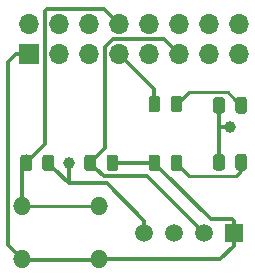
<source format=gtl>
G04 #@! TF.GenerationSoftware,KiCad,Pcbnew,(5.1.5)-3*
G04 #@! TF.CreationDate,2020-07-05T19:40:21-04:00*
G04 #@! TF.ProjectId,RPi HAT,52506920-4841-4542-9e6b-696361645f70,rev?*
G04 #@! TF.SameCoordinates,Original*
G04 #@! TF.FileFunction,Copper,L1,Top*
G04 #@! TF.FilePolarity,Positive*
%FSLAX46Y46*%
G04 Gerber Fmt 4.6, Leading zero omitted, Abs format (unit mm)*
G04 Created by KiCad (PCBNEW (5.1.5)-3) date 2020-07-05 19:40:21*
%MOMM*%
%LPD*%
G04 APERTURE LIST*
%ADD10C,1.500000*%
%ADD11R,1.500000X1.500000*%
%ADD12R,1.700000X1.700000*%
%ADD13O,1.700000X1.700000*%
%ADD14C,0.100000*%
%ADD15O,1.524000X1.524000*%
%ADD16C,1.000000*%
%ADD17C,0.300000*%
%ADD18C,0.250000*%
G04 APERTURE END LIST*
D10*
X127533400Y-105079800D03*
X130073400Y-105079800D03*
X132613400Y-105079800D03*
D11*
X135153400Y-105079800D03*
D12*
X117806800Y-89890600D03*
D13*
X117806800Y-87350600D03*
X120346800Y-89890600D03*
X120346800Y-87350600D03*
X122886800Y-89890600D03*
X122886800Y-87350600D03*
X125426800Y-89890600D03*
X125426800Y-87350600D03*
X127966800Y-89890600D03*
X127966800Y-87350600D03*
X130506800Y-89890600D03*
X130506800Y-87350600D03*
X133046800Y-89890600D03*
X133046800Y-87350600D03*
X135586800Y-89890600D03*
X135586800Y-87350600D03*
G04 #@! TA.AperFunction,SMDPad,CuDef*
D14*
G36*
X134153342Y-93535174D02*
G01*
X134177003Y-93538684D01*
X134200207Y-93544496D01*
X134222729Y-93552554D01*
X134244353Y-93562782D01*
X134264870Y-93575079D01*
X134284083Y-93589329D01*
X134301807Y-93605393D01*
X134317871Y-93623117D01*
X134332121Y-93642330D01*
X134344418Y-93662847D01*
X134354646Y-93684471D01*
X134362704Y-93706993D01*
X134368516Y-93730197D01*
X134372026Y-93753858D01*
X134373200Y-93777750D01*
X134373200Y-94690250D01*
X134372026Y-94714142D01*
X134368516Y-94737803D01*
X134362704Y-94761007D01*
X134354646Y-94783529D01*
X134344418Y-94805153D01*
X134332121Y-94825670D01*
X134317871Y-94844883D01*
X134301807Y-94862607D01*
X134284083Y-94878671D01*
X134264870Y-94892921D01*
X134244353Y-94905218D01*
X134222729Y-94915446D01*
X134200207Y-94923504D01*
X134177003Y-94929316D01*
X134153342Y-94932826D01*
X134129450Y-94934000D01*
X133641950Y-94934000D01*
X133618058Y-94932826D01*
X133594397Y-94929316D01*
X133571193Y-94923504D01*
X133548671Y-94915446D01*
X133527047Y-94905218D01*
X133506530Y-94892921D01*
X133487317Y-94878671D01*
X133469593Y-94862607D01*
X133453529Y-94844883D01*
X133439279Y-94825670D01*
X133426982Y-94805153D01*
X133416754Y-94783529D01*
X133408696Y-94761007D01*
X133402884Y-94737803D01*
X133399374Y-94714142D01*
X133398200Y-94690250D01*
X133398200Y-93777750D01*
X133399374Y-93753858D01*
X133402884Y-93730197D01*
X133408696Y-93706993D01*
X133416754Y-93684471D01*
X133426982Y-93662847D01*
X133439279Y-93642330D01*
X133453529Y-93623117D01*
X133469593Y-93605393D01*
X133487317Y-93589329D01*
X133506530Y-93575079D01*
X133527047Y-93562782D01*
X133548671Y-93552554D01*
X133571193Y-93544496D01*
X133594397Y-93538684D01*
X133618058Y-93535174D01*
X133641950Y-93534000D01*
X134129450Y-93534000D01*
X134153342Y-93535174D01*
G37*
G04 #@! TD.AperFunction*
G04 #@! TA.AperFunction,SMDPad,CuDef*
G36*
X136028342Y-93535174D02*
G01*
X136052003Y-93538684D01*
X136075207Y-93544496D01*
X136097729Y-93552554D01*
X136119353Y-93562782D01*
X136139870Y-93575079D01*
X136159083Y-93589329D01*
X136176807Y-93605393D01*
X136192871Y-93623117D01*
X136207121Y-93642330D01*
X136219418Y-93662847D01*
X136229646Y-93684471D01*
X136237704Y-93706993D01*
X136243516Y-93730197D01*
X136247026Y-93753858D01*
X136248200Y-93777750D01*
X136248200Y-94690250D01*
X136247026Y-94714142D01*
X136243516Y-94737803D01*
X136237704Y-94761007D01*
X136229646Y-94783529D01*
X136219418Y-94805153D01*
X136207121Y-94825670D01*
X136192871Y-94844883D01*
X136176807Y-94862607D01*
X136159083Y-94878671D01*
X136139870Y-94892921D01*
X136119353Y-94905218D01*
X136097729Y-94915446D01*
X136075207Y-94923504D01*
X136052003Y-94929316D01*
X136028342Y-94932826D01*
X136004450Y-94934000D01*
X135516950Y-94934000D01*
X135493058Y-94932826D01*
X135469397Y-94929316D01*
X135446193Y-94923504D01*
X135423671Y-94915446D01*
X135402047Y-94905218D01*
X135381530Y-94892921D01*
X135362317Y-94878671D01*
X135344593Y-94862607D01*
X135328529Y-94844883D01*
X135314279Y-94825670D01*
X135301982Y-94805153D01*
X135291754Y-94783529D01*
X135283696Y-94761007D01*
X135277884Y-94737803D01*
X135274374Y-94714142D01*
X135273200Y-94690250D01*
X135273200Y-93777750D01*
X135274374Y-93753858D01*
X135277884Y-93730197D01*
X135283696Y-93706993D01*
X135291754Y-93684471D01*
X135301982Y-93662847D01*
X135314279Y-93642330D01*
X135328529Y-93623117D01*
X135344593Y-93605393D01*
X135362317Y-93589329D01*
X135381530Y-93575079D01*
X135402047Y-93562782D01*
X135423671Y-93552554D01*
X135446193Y-93544496D01*
X135469397Y-93538684D01*
X135493058Y-93535174D01*
X135516950Y-93534000D01*
X136004450Y-93534000D01*
X136028342Y-93535174D01*
G37*
G04 #@! TD.AperFunction*
G04 #@! TA.AperFunction,SMDPad,CuDef*
G36*
X134153342Y-98361174D02*
G01*
X134177003Y-98364684D01*
X134200207Y-98370496D01*
X134222729Y-98378554D01*
X134244353Y-98388782D01*
X134264870Y-98401079D01*
X134284083Y-98415329D01*
X134301807Y-98431393D01*
X134317871Y-98449117D01*
X134332121Y-98468330D01*
X134344418Y-98488847D01*
X134354646Y-98510471D01*
X134362704Y-98532993D01*
X134368516Y-98556197D01*
X134372026Y-98579858D01*
X134373200Y-98603750D01*
X134373200Y-99516250D01*
X134372026Y-99540142D01*
X134368516Y-99563803D01*
X134362704Y-99587007D01*
X134354646Y-99609529D01*
X134344418Y-99631153D01*
X134332121Y-99651670D01*
X134317871Y-99670883D01*
X134301807Y-99688607D01*
X134284083Y-99704671D01*
X134264870Y-99718921D01*
X134244353Y-99731218D01*
X134222729Y-99741446D01*
X134200207Y-99749504D01*
X134177003Y-99755316D01*
X134153342Y-99758826D01*
X134129450Y-99760000D01*
X133641950Y-99760000D01*
X133618058Y-99758826D01*
X133594397Y-99755316D01*
X133571193Y-99749504D01*
X133548671Y-99741446D01*
X133527047Y-99731218D01*
X133506530Y-99718921D01*
X133487317Y-99704671D01*
X133469593Y-99688607D01*
X133453529Y-99670883D01*
X133439279Y-99651670D01*
X133426982Y-99631153D01*
X133416754Y-99609529D01*
X133408696Y-99587007D01*
X133402884Y-99563803D01*
X133399374Y-99540142D01*
X133398200Y-99516250D01*
X133398200Y-98603750D01*
X133399374Y-98579858D01*
X133402884Y-98556197D01*
X133408696Y-98532993D01*
X133416754Y-98510471D01*
X133426982Y-98488847D01*
X133439279Y-98468330D01*
X133453529Y-98449117D01*
X133469593Y-98431393D01*
X133487317Y-98415329D01*
X133506530Y-98401079D01*
X133527047Y-98388782D01*
X133548671Y-98378554D01*
X133571193Y-98370496D01*
X133594397Y-98364684D01*
X133618058Y-98361174D01*
X133641950Y-98360000D01*
X134129450Y-98360000D01*
X134153342Y-98361174D01*
G37*
G04 #@! TD.AperFunction*
G04 #@! TA.AperFunction,SMDPad,CuDef*
G36*
X136028342Y-98361174D02*
G01*
X136052003Y-98364684D01*
X136075207Y-98370496D01*
X136097729Y-98378554D01*
X136119353Y-98388782D01*
X136139870Y-98401079D01*
X136159083Y-98415329D01*
X136176807Y-98431393D01*
X136192871Y-98449117D01*
X136207121Y-98468330D01*
X136219418Y-98488847D01*
X136229646Y-98510471D01*
X136237704Y-98532993D01*
X136243516Y-98556197D01*
X136247026Y-98579858D01*
X136248200Y-98603750D01*
X136248200Y-99516250D01*
X136247026Y-99540142D01*
X136243516Y-99563803D01*
X136237704Y-99587007D01*
X136229646Y-99609529D01*
X136219418Y-99631153D01*
X136207121Y-99651670D01*
X136192871Y-99670883D01*
X136176807Y-99688607D01*
X136159083Y-99704671D01*
X136139870Y-99718921D01*
X136119353Y-99731218D01*
X136097729Y-99741446D01*
X136075207Y-99749504D01*
X136052003Y-99755316D01*
X136028342Y-99758826D01*
X136004450Y-99760000D01*
X135516950Y-99760000D01*
X135493058Y-99758826D01*
X135469397Y-99755316D01*
X135446193Y-99749504D01*
X135423671Y-99741446D01*
X135402047Y-99731218D01*
X135381530Y-99718921D01*
X135362317Y-99704671D01*
X135344593Y-99688607D01*
X135328529Y-99670883D01*
X135314279Y-99651670D01*
X135301982Y-99631153D01*
X135291754Y-99609529D01*
X135283696Y-99587007D01*
X135277884Y-99563803D01*
X135274374Y-99540142D01*
X135273200Y-99516250D01*
X135273200Y-98603750D01*
X135274374Y-98579858D01*
X135277884Y-98556197D01*
X135283696Y-98532993D01*
X135291754Y-98510471D01*
X135301982Y-98488847D01*
X135314279Y-98468330D01*
X135328529Y-98449117D01*
X135344593Y-98431393D01*
X135362317Y-98415329D01*
X135381530Y-98401079D01*
X135402047Y-98388782D01*
X135423671Y-98378554D01*
X135446193Y-98370496D01*
X135469397Y-98364684D01*
X135493058Y-98361174D01*
X135516950Y-98360000D01*
X136004450Y-98360000D01*
X136028342Y-98361174D01*
G37*
G04 #@! TD.AperFunction*
G04 #@! TA.AperFunction,SMDPad,CuDef*
G36*
X117821142Y-98406174D02*
G01*
X117844803Y-98409684D01*
X117868007Y-98415496D01*
X117890529Y-98423554D01*
X117912153Y-98433782D01*
X117932670Y-98446079D01*
X117951883Y-98460329D01*
X117969607Y-98476393D01*
X117985671Y-98494117D01*
X117999921Y-98513330D01*
X118012218Y-98533847D01*
X118022446Y-98555471D01*
X118030504Y-98577993D01*
X118036316Y-98601197D01*
X118039826Y-98624858D01*
X118041000Y-98648750D01*
X118041000Y-99561250D01*
X118039826Y-99585142D01*
X118036316Y-99608803D01*
X118030504Y-99632007D01*
X118022446Y-99654529D01*
X118012218Y-99676153D01*
X117999921Y-99696670D01*
X117985671Y-99715883D01*
X117969607Y-99733607D01*
X117951883Y-99749671D01*
X117932670Y-99763921D01*
X117912153Y-99776218D01*
X117890529Y-99786446D01*
X117868007Y-99794504D01*
X117844803Y-99800316D01*
X117821142Y-99803826D01*
X117797250Y-99805000D01*
X117309750Y-99805000D01*
X117285858Y-99803826D01*
X117262197Y-99800316D01*
X117238993Y-99794504D01*
X117216471Y-99786446D01*
X117194847Y-99776218D01*
X117174330Y-99763921D01*
X117155117Y-99749671D01*
X117137393Y-99733607D01*
X117121329Y-99715883D01*
X117107079Y-99696670D01*
X117094782Y-99676153D01*
X117084554Y-99654529D01*
X117076496Y-99632007D01*
X117070684Y-99608803D01*
X117067174Y-99585142D01*
X117066000Y-99561250D01*
X117066000Y-98648750D01*
X117067174Y-98624858D01*
X117070684Y-98601197D01*
X117076496Y-98577993D01*
X117084554Y-98555471D01*
X117094782Y-98533847D01*
X117107079Y-98513330D01*
X117121329Y-98494117D01*
X117137393Y-98476393D01*
X117155117Y-98460329D01*
X117174330Y-98446079D01*
X117194847Y-98433782D01*
X117216471Y-98423554D01*
X117238993Y-98415496D01*
X117262197Y-98409684D01*
X117285858Y-98406174D01*
X117309750Y-98405000D01*
X117797250Y-98405000D01*
X117821142Y-98406174D01*
G37*
G04 #@! TD.AperFunction*
G04 #@! TA.AperFunction,SMDPad,CuDef*
G36*
X119696142Y-98406174D02*
G01*
X119719803Y-98409684D01*
X119743007Y-98415496D01*
X119765529Y-98423554D01*
X119787153Y-98433782D01*
X119807670Y-98446079D01*
X119826883Y-98460329D01*
X119844607Y-98476393D01*
X119860671Y-98494117D01*
X119874921Y-98513330D01*
X119887218Y-98533847D01*
X119897446Y-98555471D01*
X119905504Y-98577993D01*
X119911316Y-98601197D01*
X119914826Y-98624858D01*
X119916000Y-98648750D01*
X119916000Y-99561250D01*
X119914826Y-99585142D01*
X119911316Y-99608803D01*
X119905504Y-99632007D01*
X119897446Y-99654529D01*
X119887218Y-99676153D01*
X119874921Y-99696670D01*
X119860671Y-99715883D01*
X119844607Y-99733607D01*
X119826883Y-99749671D01*
X119807670Y-99763921D01*
X119787153Y-99776218D01*
X119765529Y-99786446D01*
X119743007Y-99794504D01*
X119719803Y-99800316D01*
X119696142Y-99803826D01*
X119672250Y-99805000D01*
X119184750Y-99805000D01*
X119160858Y-99803826D01*
X119137197Y-99800316D01*
X119113993Y-99794504D01*
X119091471Y-99786446D01*
X119069847Y-99776218D01*
X119049330Y-99763921D01*
X119030117Y-99749671D01*
X119012393Y-99733607D01*
X118996329Y-99715883D01*
X118982079Y-99696670D01*
X118969782Y-99676153D01*
X118959554Y-99654529D01*
X118951496Y-99632007D01*
X118945684Y-99608803D01*
X118942174Y-99585142D01*
X118941000Y-99561250D01*
X118941000Y-98648750D01*
X118942174Y-98624858D01*
X118945684Y-98601197D01*
X118951496Y-98577993D01*
X118959554Y-98555471D01*
X118969782Y-98533847D01*
X118982079Y-98513330D01*
X118996329Y-98494117D01*
X119012393Y-98476393D01*
X119030117Y-98460329D01*
X119049330Y-98446079D01*
X119069847Y-98433782D01*
X119091471Y-98423554D01*
X119113993Y-98415496D01*
X119137197Y-98409684D01*
X119160858Y-98406174D01*
X119184750Y-98405000D01*
X119672250Y-98405000D01*
X119696142Y-98406174D01*
G37*
G04 #@! TD.AperFunction*
G04 #@! TA.AperFunction,SMDPad,CuDef*
G36*
X130557608Y-93433574D02*
G01*
X130581269Y-93437084D01*
X130604473Y-93442896D01*
X130626995Y-93450954D01*
X130648619Y-93461182D01*
X130669136Y-93473479D01*
X130688349Y-93487729D01*
X130706073Y-93503793D01*
X130722137Y-93521517D01*
X130736387Y-93540730D01*
X130748684Y-93561247D01*
X130758912Y-93582871D01*
X130766970Y-93605393D01*
X130772782Y-93628597D01*
X130776292Y-93652258D01*
X130777466Y-93676150D01*
X130777466Y-94588650D01*
X130776292Y-94612542D01*
X130772782Y-94636203D01*
X130766970Y-94659407D01*
X130758912Y-94681929D01*
X130748684Y-94703553D01*
X130736387Y-94724070D01*
X130722137Y-94743283D01*
X130706073Y-94761007D01*
X130688349Y-94777071D01*
X130669136Y-94791321D01*
X130648619Y-94803618D01*
X130626995Y-94813846D01*
X130604473Y-94821904D01*
X130581269Y-94827716D01*
X130557608Y-94831226D01*
X130533716Y-94832400D01*
X130046216Y-94832400D01*
X130022324Y-94831226D01*
X129998663Y-94827716D01*
X129975459Y-94821904D01*
X129952937Y-94813846D01*
X129931313Y-94803618D01*
X129910796Y-94791321D01*
X129891583Y-94777071D01*
X129873859Y-94761007D01*
X129857795Y-94743283D01*
X129843545Y-94724070D01*
X129831248Y-94703553D01*
X129821020Y-94681929D01*
X129812962Y-94659407D01*
X129807150Y-94636203D01*
X129803640Y-94612542D01*
X129802466Y-94588650D01*
X129802466Y-93676150D01*
X129803640Y-93652258D01*
X129807150Y-93628597D01*
X129812962Y-93605393D01*
X129821020Y-93582871D01*
X129831248Y-93561247D01*
X129843545Y-93540730D01*
X129857795Y-93521517D01*
X129873859Y-93503793D01*
X129891583Y-93487729D01*
X129910796Y-93473479D01*
X129931313Y-93461182D01*
X129952937Y-93450954D01*
X129975459Y-93442896D01*
X129998663Y-93437084D01*
X130022324Y-93433574D01*
X130046216Y-93432400D01*
X130533716Y-93432400D01*
X130557608Y-93433574D01*
G37*
G04 #@! TD.AperFunction*
G04 #@! TA.AperFunction,SMDPad,CuDef*
G36*
X128682608Y-93433574D02*
G01*
X128706269Y-93437084D01*
X128729473Y-93442896D01*
X128751995Y-93450954D01*
X128773619Y-93461182D01*
X128794136Y-93473479D01*
X128813349Y-93487729D01*
X128831073Y-93503793D01*
X128847137Y-93521517D01*
X128861387Y-93540730D01*
X128873684Y-93561247D01*
X128883912Y-93582871D01*
X128891970Y-93605393D01*
X128897782Y-93628597D01*
X128901292Y-93652258D01*
X128902466Y-93676150D01*
X128902466Y-94588650D01*
X128901292Y-94612542D01*
X128897782Y-94636203D01*
X128891970Y-94659407D01*
X128883912Y-94681929D01*
X128873684Y-94703553D01*
X128861387Y-94724070D01*
X128847137Y-94743283D01*
X128831073Y-94761007D01*
X128813349Y-94777071D01*
X128794136Y-94791321D01*
X128773619Y-94803618D01*
X128751995Y-94813846D01*
X128729473Y-94821904D01*
X128706269Y-94827716D01*
X128682608Y-94831226D01*
X128658716Y-94832400D01*
X128171216Y-94832400D01*
X128147324Y-94831226D01*
X128123663Y-94827716D01*
X128100459Y-94821904D01*
X128077937Y-94813846D01*
X128056313Y-94803618D01*
X128035796Y-94791321D01*
X128016583Y-94777071D01*
X127998859Y-94761007D01*
X127982795Y-94743283D01*
X127968545Y-94724070D01*
X127956248Y-94703553D01*
X127946020Y-94681929D01*
X127937962Y-94659407D01*
X127932150Y-94636203D01*
X127928640Y-94612542D01*
X127927466Y-94588650D01*
X127927466Y-93676150D01*
X127928640Y-93652258D01*
X127932150Y-93628597D01*
X127937962Y-93605393D01*
X127946020Y-93582871D01*
X127956248Y-93561247D01*
X127968545Y-93540730D01*
X127982795Y-93521517D01*
X127998859Y-93503793D01*
X128016583Y-93487729D01*
X128035796Y-93473479D01*
X128056313Y-93461182D01*
X128077937Y-93450954D01*
X128100459Y-93442896D01*
X128123663Y-93437084D01*
X128147324Y-93433574D01*
X128171216Y-93432400D01*
X128658716Y-93432400D01*
X128682608Y-93433574D01*
G37*
G04 #@! TD.AperFunction*
G04 #@! TA.AperFunction,SMDPad,CuDef*
G36*
X125126875Y-98406174D02*
G01*
X125150536Y-98409684D01*
X125173740Y-98415496D01*
X125196262Y-98423554D01*
X125217886Y-98433782D01*
X125238403Y-98446079D01*
X125257616Y-98460329D01*
X125275340Y-98476393D01*
X125291404Y-98494117D01*
X125305654Y-98513330D01*
X125317951Y-98533847D01*
X125328179Y-98555471D01*
X125336237Y-98577993D01*
X125342049Y-98601197D01*
X125345559Y-98624858D01*
X125346733Y-98648750D01*
X125346733Y-99561250D01*
X125345559Y-99585142D01*
X125342049Y-99608803D01*
X125336237Y-99632007D01*
X125328179Y-99654529D01*
X125317951Y-99676153D01*
X125305654Y-99696670D01*
X125291404Y-99715883D01*
X125275340Y-99733607D01*
X125257616Y-99749671D01*
X125238403Y-99763921D01*
X125217886Y-99776218D01*
X125196262Y-99786446D01*
X125173740Y-99794504D01*
X125150536Y-99800316D01*
X125126875Y-99803826D01*
X125102983Y-99805000D01*
X124615483Y-99805000D01*
X124591591Y-99803826D01*
X124567930Y-99800316D01*
X124544726Y-99794504D01*
X124522204Y-99786446D01*
X124500580Y-99776218D01*
X124480063Y-99763921D01*
X124460850Y-99749671D01*
X124443126Y-99733607D01*
X124427062Y-99715883D01*
X124412812Y-99696670D01*
X124400515Y-99676153D01*
X124390287Y-99654529D01*
X124382229Y-99632007D01*
X124376417Y-99608803D01*
X124372907Y-99585142D01*
X124371733Y-99561250D01*
X124371733Y-98648750D01*
X124372907Y-98624858D01*
X124376417Y-98601197D01*
X124382229Y-98577993D01*
X124390287Y-98555471D01*
X124400515Y-98533847D01*
X124412812Y-98513330D01*
X124427062Y-98494117D01*
X124443126Y-98476393D01*
X124460850Y-98460329D01*
X124480063Y-98446079D01*
X124500580Y-98433782D01*
X124522204Y-98423554D01*
X124544726Y-98415496D01*
X124567930Y-98409684D01*
X124591591Y-98406174D01*
X124615483Y-98405000D01*
X125102983Y-98405000D01*
X125126875Y-98406174D01*
G37*
G04 #@! TD.AperFunction*
G04 #@! TA.AperFunction,SMDPad,CuDef*
G36*
X123251875Y-98406174D02*
G01*
X123275536Y-98409684D01*
X123298740Y-98415496D01*
X123321262Y-98423554D01*
X123342886Y-98433782D01*
X123363403Y-98446079D01*
X123382616Y-98460329D01*
X123400340Y-98476393D01*
X123416404Y-98494117D01*
X123430654Y-98513330D01*
X123442951Y-98533847D01*
X123453179Y-98555471D01*
X123461237Y-98577993D01*
X123467049Y-98601197D01*
X123470559Y-98624858D01*
X123471733Y-98648750D01*
X123471733Y-99561250D01*
X123470559Y-99585142D01*
X123467049Y-99608803D01*
X123461237Y-99632007D01*
X123453179Y-99654529D01*
X123442951Y-99676153D01*
X123430654Y-99696670D01*
X123416404Y-99715883D01*
X123400340Y-99733607D01*
X123382616Y-99749671D01*
X123363403Y-99763921D01*
X123342886Y-99776218D01*
X123321262Y-99786446D01*
X123298740Y-99794504D01*
X123275536Y-99800316D01*
X123251875Y-99803826D01*
X123227983Y-99805000D01*
X122740483Y-99805000D01*
X122716591Y-99803826D01*
X122692930Y-99800316D01*
X122669726Y-99794504D01*
X122647204Y-99786446D01*
X122625580Y-99776218D01*
X122605063Y-99763921D01*
X122585850Y-99749671D01*
X122568126Y-99733607D01*
X122552062Y-99715883D01*
X122537812Y-99696670D01*
X122525515Y-99676153D01*
X122515287Y-99654529D01*
X122507229Y-99632007D01*
X122501417Y-99608803D01*
X122497907Y-99585142D01*
X122496733Y-99561250D01*
X122496733Y-98648750D01*
X122497907Y-98624858D01*
X122501417Y-98601197D01*
X122507229Y-98577993D01*
X122515287Y-98555471D01*
X122525515Y-98533847D01*
X122537812Y-98513330D01*
X122552062Y-98494117D01*
X122568126Y-98476393D01*
X122585850Y-98460329D01*
X122605063Y-98446079D01*
X122625580Y-98433782D01*
X122647204Y-98423554D01*
X122669726Y-98415496D01*
X122692930Y-98409684D01*
X122716591Y-98406174D01*
X122740483Y-98405000D01*
X123227983Y-98405000D01*
X123251875Y-98406174D01*
G37*
G04 #@! TD.AperFunction*
G04 #@! TA.AperFunction,SMDPad,CuDef*
G36*
X128682608Y-98406174D02*
G01*
X128706269Y-98409684D01*
X128729473Y-98415496D01*
X128751995Y-98423554D01*
X128773619Y-98433782D01*
X128794136Y-98446079D01*
X128813349Y-98460329D01*
X128831073Y-98476393D01*
X128847137Y-98494117D01*
X128861387Y-98513330D01*
X128873684Y-98533847D01*
X128883912Y-98555471D01*
X128891970Y-98577993D01*
X128897782Y-98601197D01*
X128901292Y-98624858D01*
X128902466Y-98648750D01*
X128902466Y-99561250D01*
X128901292Y-99585142D01*
X128897782Y-99608803D01*
X128891970Y-99632007D01*
X128883912Y-99654529D01*
X128873684Y-99676153D01*
X128861387Y-99696670D01*
X128847137Y-99715883D01*
X128831073Y-99733607D01*
X128813349Y-99749671D01*
X128794136Y-99763921D01*
X128773619Y-99776218D01*
X128751995Y-99786446D01*
X128729473Y-99794504D01*
X128706269Y-99800316D01*
X128682608Y-99803826D01*
X128658716Y-99805000D01*
X128171216Y-99805000D01*
X128147324Y-99803826D01*
X128123663Y-99800316D01*
X128100459Y-99794504D01*
X128077937Y-99786446D01*
X128056313Y-99776218D01*
X128035796Y-99763921D01*
X128016583Y-99749671D01*
X127998859Y-99733607D01*
X127982795Y-99715883D01*
X127968545Y-99696670D01*
X127956248Y-99676153D01*
X127946020Y-99654529D01*
X127937962Y-99632007D01*
X127932150Y-99608803D01*
X127928640Y-99585142D01*
X127927466Y-99561250D01*
X127927466Y-98648750D01*
X127928640Y-98624858D01*
X127932150Y-98601197D01*
X127937962Y-98577993D01*
X127946020Y-98555471D01*
X127956248Y-98533847D01*
X127968545Y-98513330D01*
X127982795Y-98494117D01*
X127998859Y-98476393D01*
X128016583Y-98460329D01*
X128035796Y-98446079D01*
X128056313Y-98433782D01*
X128077937Y-98423554D01*
X128100459Y-98415496D01*
X128123663Y-98409684D01*
X128147324Y-98406174D01*
X128171216Y-98405000D01*
X128658716Y-98405000D01*
X128682608Y-98406174D01*
G37*
G04 #@! TD.AperFunction*
G04 #@! TA.AperFunction,SMDPad,CuDef*
G36*
X130557608Y-98406174D02*
G01*
X130581269Y-98409684D01*
X130604473Y-98415496D01*
X130626995Y-98423554D01*
X130648619Y-98433782D01*
X130669136Y-98446079D01*
X130688349Y-98460329D01*
X130706073Y-98476393D01*
X130722137Y-98494117D01*
X130736387Y-98513330D01*
X130748684Y-98533847D01*
X130758912Y-98555471D01*
X130766970Y-98577993D01*
X130772782Y-98601197D01*
X130776292Y-98624858D01*
X130777466Y-98648750D01*
X130777466Y-99561250D01*
X130776292Y-99585142D01*
X130772782Y-99608803D01*
X130766970Y-99632007D01*
X130758912Y-99654529D01*
X130748684Y-99676153D01*
X130736387Y-99696670D01*
X130722137Y-99715883D01*
X130706073Y-99733607D01*
X130688349Y-99749671D01*
X130669136Y-99763921D01*
X130648619Y-99776218D01*
X130626995Y-99786446D01*
X130604473Y-99794504D01*
X130581269Y-99800316D01*
X130557608Y-99803826D01*
X130533716Y-99805000D01*
X130046216Y-99805000D01*
X130022324Y-99803826D01*
X129998663Y-99800316D01*
X129975459Y-99794504D01*
X129952937Y-99786446D01*
X129931313Y-99776218D01*
X129910796Y-99763921D01*
X129891583Y-99749671D01*
X129873859Y-99733607D01*
X129857795Y-99715883D01*
X129843545Y-99696670D01*
X129831248Y-99676153D01*
X129821020Y-99654529D01*
X129812962Y-99632007D01*
X129807150Y-99608803D01*
X129803640Y-99585142D01*
X129802466Y-99561250D01*
X129802466Y-98648750D01*
X129803640Y-98624858D01*
X129807150Y-98601197D01*
X129812962Y-98577993D01*
X129821020Y-98555471D01*
X129831248Y-98533847D01*
X129843545Y-98513330D01*
X129857795Y-98494117D01*
X129873859Y-98476393D01*
X129891583Y-98460329D01*
X129910796Y-98446079D01*
X129931313Y-98433782D01*
X129952937Y-98423554D01*
X129975459Y-98415496D01*
X129998663Y-98409684D01*
X130022324Y-98406174D01*
X130046216Y-98405000D01*
X130533716Y-98405000D01*
X130557608Y-98406174D01*
G37*
G04 #@! TD.AperFunction*
D15*
X117221000Y-102768400D03*
X123723400Y-102768400D03*
X117221000Y-107289600D03*
X123723400Y-107289600D03*
D16*
X134848600Y-96113600D03*
X121183400Y-99136200D03*
D17*
X121178520Y-100855020D02*
X119914027Y-99590527D01*
X119914027Y-99590527D02*
X119428500Y-99105000D01*
X123861280Y-100855020D02*
X121178520Y-100855020D01*
X133885700Y-99060000D02*
X133885700Y-96670100D01*
X134825500Y-96090500D02*
X134848600Y-96113600D01*
X133885700Y-96090500D02*
X134825500Y-96090500D01*
X133885700Y-96090500D02*
X133885700Y-94234000D01*
X133885700Y-96670100D02*
X133885700Y-96090500D01*
X121178520Y-100855020D02*
X121178520Y-99141080D01*
X121178520Y-99141080D02*
X121183400Y-99136200D01*
X124369280Y-100855020D02*
X123861280Y-100855020D01*
X127533400Y-104019140D02*
X124369280Y-100855020D01*
X127533400Y-105079800D02*
X127533400Y-104019140D01*
D18*
X130775493Y-99590527D02*
X130289966Y-99105000D01*
X131369976Y-100185010D02*
X130775493Y-99590527D01*
X135335690Y-100185010D02*
X131369976Y-100185010D01*
X135760700Y-99760000D02*
X135335690Y-100185010D01*
X135760700Y-99060000D02*
X135760700Y-99760000D01*
X135275173Y-93748473D02*
X135760700Y-94234000D01*
X134635690Y-93108990D02*
X135275173Y-93748473D01*
X131313376Y-93108990D02*
X134635690Y-93108990D01*
X130289966Y-94132400D02*
X131313376Y-93108990D01*
D17*
X124859233Y-99105000D02*
X125346733Y-99105000D01*
X116738400Y-107315000D02*
X123240800Y-107315000D01*
X124318430Y-107315000D02*
X123240800Y-107315000D01*
X128414966Y-99105000D02*
X124859233Y-99105000D01*
X116656800Y-89890600D02*
X117806800Y-89890600D01*
X116008999Y-106077599D02*
X116008999Y-90538401D01*
X116008999Y-90538401D02*
X116656800Y-89890600D01*
X117221000Y-107289600D02*
X116008999Y-106077599D01*
X133189765Y-103879799D02*
X128900493Y-99590527D01*
X135003399Y-103879799D02*
X133189765Y-103879799D01*
X128900493Y-99590527D02*
X128414966Y-99105000D01*
X135153400Y-104029800D02*
X135003399Y-103879799D01*
X135153400Y-105079800D02*
X135153400Y-104029800D01*
X135153400Y-106129800D02*
X135153400Y-105079800D01*
X133993600Y-107289600D02*
X135153400Y-106129800D01*
X123723400Y-107289600D02*
X133993600Y-107289600D01*
D18*
X128414966Y-94132400D02*
X128414966Y-93361366D01*
D17*
X128414966Y-92878766D02*
X125426800Y-89890600D01*
X128414966Y-94132400D02*
X128414966Y-92878766D01*
D18*
X116738400Y-102793800D02*
X123240800Y-102793800D01*
X117553500Y-99105000D02*
X117553500Y-98405000D01*
D17*
X117221000Y-99437500D02*
X117553500Y-99105000D01*
X117221000Y-102768400D02*
X117221000Y-99437500D01*
X124576801Y-86500601D02*
X125426800Y-87350600D01*
X124126799Y-86050599D02*
X124576801Y-86500601D01*
X119146799Y-86212201D02*
X119308401Y-86050599D01*
X119146799Y-97511701D02*
X119146799Y-86212201D01*
X119308401Y-86050599D02*
X124126799Y-86050599D01*
X117553500Y-99105000D02*
X119146799Y-97511701D01*
X123469760Y-99590527D02*
X122984233Y-99105000D01*
X124134244Y-100255011D02*
X123469760Y-99590527D01*
X127788611Y-100255011D02*
X124134244Y-100255011D01*
X132613400Y-105079800D02*
X127788611Y-100255011D01*
X129206799Y-88590599D02*
X129656801Y-89040601D01*
X124950799Y-88590599D02*
X129206799Y-88590599D01*
X129656801Y-89040601D02*
X130506800Y-89890600D01*
X124226799Y-89314599D02*
X124950799Y-88590599D01*
X124226799Y-97862434D02*
X124226799Y-89314599D01*
X122984233Y-99105000D02*
X124226799Y-97862434D01*
M02*

</source>
